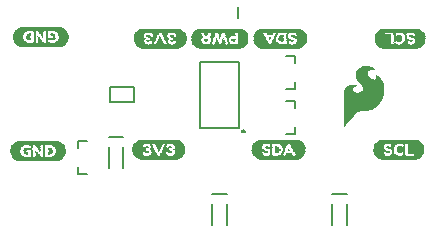
<source format=gto>
G75*
%MOIN*%
%OFA0B0*%
%FSLAX25Y25*%
%IPPOS*%
%LPD*%
%AMOC8*
5,1,8,0,0,1.08239X$1,22.5*
%
%ADD10C,0.00800*%
%ADD11C,0.00787*%
%ADD12R,0.13701X0.00157*%
%ADD13R,0.14646X0.00157*%
%ADD14R,0.15276X0.00157*%
%ADD15R,0.15906X0.00157*%
%ADD16R,0.16220X0.00157*%
%ADD17R,0.16535X0.00157*%
%ADD18R,0.16850X0.00157*%
%ADD19R,0.04252X0.00157*%
%ADD20R,0.11969X0.00157*%
%ADD21R,0.04094X0.00157*%
%ADD22R,0.01260X0.00157*%
%ADD23R,0.01890X0.00157*%
%ADD24R,0.00630X0.00157*%
%ADD25R,0.03780X0.00157*%
%ADD26R,0.00787X0.00157*%
%ADD27R,0.01575X0.00157*%
%ADD28R,0.00472X0.00157*%
%ADD29R,0.01417X0.00157*%
%ADD30R,0.03465X0.00157*%
%ADD31R,0.03622X0.00157*%
%ADD32R,0.01102X0.00157*%
%ADD33R,0.03307X0.00157*%
%ADD34R,0.00945X0.00157*%
%ADD35R,0.02835X0.00157*%
%ADD36R,0.02992X0.00157*%
%ADD37R,0.00157X0.00157*%
%ADD38R,0.00315X0.00157*%
%ADD39R,0.03937X0.00157*%
%ADD40R,0.01732X0.00157*%
%ADD41R,0.12756X0.00157*%
%ADD42R,0.14331X0.00157*%
%ADD43R,0.14961X0.00157*%
%ADD44R,0.15591X0.00157*%
%ADD45R,0.07087X0.00157*%
%ADD46R,0.02362X0.00157*%
%ADD47R,0.02047X0.00157*%
%ADD48R,0.03150X0.00157*%
%ADD49R,0.04409X0.00157*%
%ADD50R,0.02205X0.00157*%
%ADD51R,0.05039X0.00157*%
%ADD52R,0.02520X0.00157*%
%ADD53R,0.13071X0.00157*%
%ADD54R,0.14016X0.00157*%
%ADD55R,0.04567X0.00157*%
%ADD56R,0.02677X0.00157*%
%ADD57R,0.04882X0.00157*%
%ADD58R,0.05354X0.00157*%
%ADD59R,0.12126X0.00157*%
%ADD60R,0.05197X0.00157*%
%ADD61C,0.00300*%
%ADD62R,0.17165X0.00157*%
%ADD63R,0.17480X0.00157*%
%ADD64R,0.06614X0.00157*%
%ADD65R,0.06772X0.00157*%
D10*
X0165873Y0287857D02*
X0165873Y0294943D01*
X0165873Y0298369D02*
X0170794Y0298369D01*
X0170794Y0294943D02*
X0170794Y0287857D01*
X0205873Y0287857D02*
X0205873Y0294943D01*
X0205873Y0298369D02*
X0210794Y0298369D01*
X0210794Y0294943D02*
X0210794Y0287857D01*
X0193589Y0318388D02*
X0190440Y0318388D01*
X0193589Y0318388D02*
X0193589Y0320750D01*
X0193589Y0327050D02*
X0193589Y0329412D01*
X0190440Y0329412D01*
X0190440Y0333388D02*
X0193589Y0333388D01*
X0193589Y0335750D01*
X0193589Y0342050D02*
X0193589Y0344412D01*
X0190440Y0344412D01*
X0174829Y0342424D02*
X0174829Y0320376D01*
X0161837Y0320376D01*
X0161837Y0342424D01*
X0174829Y0342424D01*
X0174583Y0357025D02*
X0174583Y0360775D01*
X0139770Y0333861D02*
X0139770Y0328939D01*
X0131896Y0328939D01*
X0131896Y0333861D01*
X0139770Y0333861D01*
X0136294Y0317369D02*
X0131373Y0317369D01*
X0131373Y0313943D02*
X0131373Y0306857D01*
X0136294Y0306857D02*
X0136294Y0313943D01*
X0124227Y0315912D02*
X0121077Y0315912D01*
X0121077Y0313550D01*
X0121077Y0307250D02*
X0121077Y0304888D01*
X0124227Y0304888D01*
D11*
X0175939Y0319195D02*
X0175941Y0319234D01*
X0175947Y0319273D01*
X0175957Y0319311D01*
X0175970Y0319348D01*
X0175987Y0319383D01*
X0176007Y0319417D01*
X0176031Y0319448D01*
X0176058Y0319477D01*
X0176087Y0319503D01*
X0176119Y0319526D01*
X0176153Y0319546D01*
X0176189Y0319562D01*
X0176226Y0319574D01*
X0176265Y0319583D01*
X0176304Y0319588D01*
X0176343Y0319589D01*
X0176382Y0319586D01*
X0176421Y0319579D01*
X0176458Y0319568D01*
X0176495Y0319554D01*
X0176530Y0319536D01*
X0176563Y0319515D01*
X0176594Y0319490D01*
X0176622Y0319463D01*
X0176647Y0319433D01*
X0176669Y0319400D01*
X0176688Y0319366D01*
X0176703Y0319330D01*
X0176715Y0319292D01*
X0176723Y0319254D01*
X0176727Y0319215D01*
X0176727Y0319175D01*
X0176723Y0319136D01*
X0176715Y0319098D01*
X0176703Y0319060D01*
X0176688Y0319024D01*
X0176669Y0318990D01*
X0176647Y0318957D01*
X0176622Y0318927D01*
X0176594Y0318900D01*
X0176563Y0318875D01*
X0176530Y0318854D01*
X0176495Y0318836D01*
X0176458Y0318822D01*
X0176421Y0318811D01*
X0176382Y0318804D01*
X0176343Y0318801D01*
X0176304Y0318802D01*
X0176265Y0318807D01*
X0176226Y0318816D01*
X0176189Y0318828D01*
X0176153Y0318844D01*
X0176119Y0318864D01*
X0176087Y0318887D01*
X0176058Y0318913D01*
X0176031Y0318942D01*
X0176007Y0318973D01*
X0175987Y0319007D01*
X0175970Y0319042D01*
X0175957Y0319079D01*
X0175947Y0319117D01*
X0175941Y0319156D01*
X0175939Y0319195D01*
D12*
X0148046Y0315892D03*
X0148046Y0309908D03*
X0148621Y0346908D03*
X0148621Y0352892D03*
X0108806Y0353550D03*
X0108806Y0347250D03*
X0107861Y0315550D03*
X0107861Y0309250D03*
X0228073Y0310065D03*
X0228073Y0315735D03*
X0228593Y0347065D03*
X0228593Y0352735D03*
D13*
X0228593Y0352420D03*
X0228593Y0347380D03*
X0228073Y0315420D03*
X0228073Y0310380D03*
X0188046Y0310065D03*
X0188046Y0315735D03*
X0188621Y0347065D03*
X0188621Y0352735D03*
X0108806Y0353392D03*
X0108806Y0347408D03*
X0107861Y0315392D03*
X0107861Y0309408D03*
D14*
X0107861Y0309565D03*
X0107861Y0315235D03*
X0108806Y0347565D03*
X0108806Y0353235D03*
X0148621Y0352420D03*
X0148621Y0347380D03*
X0168491Y0346908D03*
X0168491Y0352892D03*
X0188621Y0352577D03*
X0188621Y0347223D03*
X0188046Y0315577D03*
X0188046Y0310223D03*
X0148046Y0310380D03*
X0148046Y0315420D03*
X0228073Y0315105D03*
X0228073Y0310695D03*
X0228593Y0347695D03*
X0228593Y0352105D03*
D15*
X0188621Y0352262D03*
X0188621Y0347538D03*
X0168491Y0347065D03*
X0168491Y0352735D03*
X0148621Y0352105D03*
X0148621Y0347695D03*
X0148046Y0315105D03*
X0148046Y0310695D03*
X0188046Y0310538D03*
X0188046Y0315262D03*
X0107861Y0315077D03*
X0107861Y0309723D03*
X0108806Y0347723D03*
X0108806Y0353077D03*
D16*
X0108806Y0352920D03*
X0108806Y0347880D03*
X0107861Y0314920D03*
X0107861Y0309880D03*
X0188046Y0310695D03*
X0188046Y0315105D03*
X0188621Y0347695D03*
X0188621Y0352105D03*
D17*
X0168491Y0352577D03*
X0168491Y0347223D03*
X0108806Y0348038D03*
X0108806Y0352762D03*
X0107861Y0314762D03*
X0107861Y0310038D03*
D18*
X0107861Y0310195D03*
X0107861Y0314605D03*
X0108806Y0348195D03*
X0108806Y0352605D03*
X0168491Y0352420D03*
X0168491Y0347380D03*
D19*
X0181849Y0349585D03*
X0181849Y0349743D03*
X0194818Y0313215D03*
X0194818Y0313057D03*
X0221774Y0312585D03*
X0234892Y0350215D03*
X0115262Y0348353D03*
X0102349Y0352447D03*
X0101404Y0314447D03*
X0114318Y0310353D03*
D20*
X0110459Y0314447D03*
X0106207Y0348353D03*
X0186337Y0347853D03*
X0190329Y0314947D03*
D21*
X0194896Y0312900D03*
X0194896Y0312743D03*
X0181770Y0349900D03*
X0181770Y0350057D03*
X0168570Y0347853D03*
X0115499Y0348510D03*
X0115341Y0352447D03*
X0102113Y0348510D03*
X0101168Y0314290D03*
X0101325Y0310353D03*
X0114554Y0314290D03*
D22*
X0111877Y0313030D03*
X0111877Y0311613D03*
X0107782Y0310983D03*
X0107782Y0310825D03*
X0105577Y0310353D03*
X0104003Y0311455D03*
X0105577Y0314290D03*
X0108097Y0313660D03*
X0144030Y0312270D03*
X0145920Y0313057D03*
X0146077Y0312743D03*
X0146235Y0312428D03*
X0148125Y0313530D03*
X0150329Y0313530D03*
X0151904Y0312270D03*
X0183873Y0312113D03*
X0185290Y0313215D03*
X0187495Y0313687D03*
X0187495Y0311955D03*
X0190014Y0313530D03*
X0190014Y0313687D03*
X0224373Y0312113D03*
X0226420Y0314475D03*
X0229727Y0310853D03*
X0230247Y0348325D03*
X0232294Y0350687D03*
X0226940Y0351947D03*
X0192794Y0350687D03*
X0191377Y0349585D03*
X0189172Y0349113D03*
X0189172Y0350845D03*
X0186652Y0349270D03*
X0186652Y0349113D03*
X0172979Y0349113D03*
X0172979Y0349270D03*
X0172979Y0349428D03*
X0172979Y0349585D03*
X0171247Y0350530D03*
X0171719Y0348010D03*
X0169672Y0348168D03*
X0169672Y0348325D03*
X0167467Y0348325D03*
X0167467Y0348168D03*
X0166050Y0350687D03*
X0166050Y0350845D03*
X0163845Y0351632D03*
X0163845Y0351790D03*
X0163845Y0349428D03*
X0163845Y0349270D03*
X0168570Y0351475D03*
X0168570Y0351632D03*
X0152636Y0350530D03*
X0150747Y0349743D03*
X0150589Y0350057D03*
X0150432Y0350372D03*
X0148542Y0349270D03*
X0146337Y0349270D03*
X0144762Y0350530D03*
X0112664Y0351345D03*
X0111089Y0352447D03*
X0108885Y0351975D03*
X0108885Y0351817D03*
X0108570Y0349140D03*
X0111089Y0348510D03*
X0104790Y0349770D03*
X0104790Y0351187D03*
D23*
X0108727Y0352447D03*
X0108727Y0348510D03*
X0146022Y0349428D03*
X0148542Y0348640D03*
X0166207Y0351947D03*
X0185077Y0351475D03*
X0191692Y0349428D03*
X0184975Y0313372D03*
X0191589Y0311325D03*
X0225475Y0313372D03*
X0226420Y0311010D03*
X0231192Y0349428D03*
X0230247Y0351790D03*
X0150644Y0313372D03*
X0148125Y0314160D03*
X0107940Y0314290D03*
X0107940Y0310353D03*
D24*
X0107467Y0311770D03*
X0108412Y0312872D03*
X0109987Y0314290D03*
X0111562Y0311298D03*
X0109987Y0310510D03*
X0105735Y0310668D03*
X0105735Y0312715D03*
X0105735Y0313502D03*
X0105735Y0313660D03*
X0105735Y0313817D03*
X0105735Y0313975D03*
X0106680Y0348510D03*
X0108255Y0349928D03*
X0109199Y0351030D03*
X0110932Y0350085D03*
X0110932Y0349298D03*
X0110932Y0349140D03*
X0110932Y0348983D03*
X0110932Y0348825D03*
X0110932Y0352132D03*
X0106680Y0352290D03*
X0105105Y0351502D03*
X0146180Y0348325D03*
X0146337Y0348640D03*
X0146337Y0348798D03*
X0150747Y0348955D03*
X0150747Y0349113D03*
X0150904Y0348640D03*
X0151062Y0348325D03*
X0165735Y0348010D03*
X0165735Y0348798D03*
X0165735Y0348955D03*
X0165735Y0349113D03*
X0167467Y0349113D03*
X0167467Y0349270D03*
X0167467Y0349428D03*
X0168570Y0350530D03*
X0168570Y0350687D03*
X0168570Y0350845D03*
X0169672Y0349270D03*
X0169672Y0349113D03*
X0171089Y0349743D03*
X0171089Y0349900D03*
X0171562Y0348325D03*
X0185077Y0350215D03*
X0186810Y0350215D03*
X0186810Y0350057D03*
X0186967Y0350530D03*
X0187282Y0351160D03*
X0187440Y0351317D03*
X0187440Y0351475D03*
X0189329Y0351002D03*
X0191062Y0351475D03*
X0191062Y0349900D03*
X0191062Y0348640D03*
X0191062Y0348483D03*
X0191062Y0348325D03*
X0192636Y0348798D03*
X0226782Y0348955D03*
X0226782Y0348168D03*
X0226782Y0350845D03*
X0230404Y0350845D03*
X0230404Y0351002D03*
X0232136Y0348798D03*
X0229885Y0314632D03*
X0229885Y0313845D03*
X0229885Y0311955D03*
X0226262Y0311955D03*
X0226262Y0311798D03*
X0224530Y0314002D03*
X0191589Y0312585D03*
X0189857Y0312585D03*
X0189857Y0312743D03*
X0189699Y0312270D03*
X0189385Y0311640D03*
X0189227Y0311483D03*
X0189227Y0311325D03*
X0187337Y0311798D03*
X0185605Y0311325D03*
X0185605Y0312900D03*
X0185605Y0314160D03*
X0185605Y0314317D03*
X0185605Y0314475D03*
X0184030Y0314002D03*
X0150487Y0314475D03*
X0150329Y0314160D03*
X0150329Y0314002D03*
X0145920Y0313845D03*
X0145920Y0313687D03*
X0145762Y0314160D03*
X0145605Y0314475D03*
D25*
X0141825Y0314947D03*
X0141196Y0313530D03*
X0154266Y0314947D03*
X0154896Y0312900D03*
X0181038Y0312900D03*
X0181668Y0314947D03*
X0195054Y0312270D03*
X0195054Y0312113D03*
X0221538Y0312900D03*
X0222168Y0314947D03*
X0234499Y0347853D03*
X0235129Y0349900D03*
X0195629Y0349900D03*
X0194999Y0347853D03*
X0181613Y0350530D03*
X0181613Y0350687D03*
X0171877Y0351947D03*
X0161325Y0348010D03*
X0160853Y0350372D03*
X0160853Y0350530D03*
X0155471Y0349270D03*
X0154841Y0347853D03*
X0142400Y0347853D03*
X0141770Y0349900D03*
X0115814Y0348825D03*
X0115656Y0348668D03*
X0101955Y0348668D03*
X0101798Y0348825D03*
X0101010Y0314132D03*
X0100853Y0313975D03*
X0114711Y0314132D03*
X0114869Y0313975D03*
D26*
X0109908Y0310353D03*
X0107546Y0311455D03*
X0107546Y0311613D03*
X0108333Y0313030D03*
X0105656Y0313345D03*
X0105656Y0314132D03*
X0104081Y0311298D03*
X0111010Y0348668D03*
X0111010Y0349455D03*
X0109121Y0351187D03*
X0109121Y0351345D03*
X0108333Y0349770D03*
X0106759Y0352447D03*
X0112585Y0351502D03*
X0144684Y0351002D03*
X0144684Y0348955D03*
X0146101Y0348168D03*
X0146416Y0348955D03*
X0146416Y0349113D03*
X0148621Y0349743D03*
X0148621Y0349900D03*
X0150668Y0349270D03*
X0151140Y0348168D03*
X0152558Y0348955D03*
X0152558Y0351002D03*
X0165814Y0349585D03*
X0165814Y0349428D03*
X0165814Y0349270D03*
X0169751Y0348955D03*
X0171168Y0350057D03*
X0171640Y0348168D03*
X0186731Y0349743D03*
X0186731Y0349900D03*
X0191140Y0349743D03*
X0191140Y0348798D03*
X0191140Y0348168D03*
X0191140Y0351632D03*
X0226861Y0349113D03*
X0228278Y0351002D03*
X0230325Y0351160D03*
X0230325Y0351317D03*
X0230798Y0349743D03*
X0229806Y0313687D03*
X0228388Y0311798D03*
X0226341Y0311640D03*
X0226341Y0311483D03*
X0225869Y0313057D03*
X0189936Y0313057D03*
X0189936Y0312900D03*
X0185526Y0313057D03*
X0185526Y0314002D03*
X0185526Y0314632D03*
X0185526Y0311168D03*
X0151983Y0311798D03*
X0151983Y0313845D03*
X0150566Y0314632D03*
X0150251Y0313845D03*
X0150251Y0313687D03*
X0148046Y0313057D03*
X0148046Y0312900D03*
X0145999Y0313530D03*
X0145526Y0314632D03*
X0144109Y0313845D03*
X0144109Y0311798D03*
D27*
X0145920Y0312900D03*
X0146392Y0311955D03*
X0146392Y0311798D03*
X0148125Y0313845D03*
X0149857Y0312270D03*
X0149699Y0311955D03*
X0149699Y0311798D03*
X0112034Y0312085D03*
X0112034Y0312243D03*
X0112034Y0312400D03*
X0112034Y0312557D03*
X0112034Y0312715D03*
X0107940Y0314132D03*
X0103845Y0311928D03*
X0103845Y0311770D03*
X0108727Y0348668D03*
X0104633Y0350085D03*
X0104633Y0350243D03*
X0104633Y0350400D03*
X0104633Y0350557D03*
X0104633Y0350715D03*
X0112822Y0350872D03*
X0112822Y0351030D03*
X0146810Y0350530D03*
X0146967Y0350845D03*
X0146967Y0351002D03*
X0148542Y0348955D03*
X0150747Y0349900D03*
X0150274Y0350845D03*
X0150274Y0351002D03*
X0163845Y0351947D03*
X0166207Y0351790D03*
X0166207Y0351632D03*
X0166207Y0351475D03*
X0167467Y0348010D03*
X0169672Y0348010D03*
X0185077Y0351160D03*
X0186652Y0348955D03*
X0186652Y0348798D03*
X0189014Y0349428D03*
X0189014Y0349585D03*
X0189014Y0350215D03*
X0189014Y0350372D03*
X0189014Y0350530D03*
X0228199Y0349113D03*
X0230247Y0351632D03*
X0228467Y0313687D03*
X0226420Y0311168D03*
X0191589Y0311640D03*
X0190014Y0313845D03*
X0190014Y0314002D03*
X0187652Y0313372D03*
X0187652Y0313215D03*
X0187652Y0312585D03*
X0187652Y0312428D03*
X0187652Y0312270D03*
D28*
X0189463Y0311798D03*
X0189621Y0311955D03*
X0189621Y0312113D03*
X0189778Y0312428D03*
X0191510Y0312743D03*
X0185684Y0312743D03*
X0185684Y0312585D03*
X0185684Y0312428D03*
X0185684Y0312270D03*
X0185684Y0311955D03*
X0185684Y0311798D03*
X0185684Y0311640D03*
X0185684Y0311483D03*
X0150408Y0314317D03*
X0148046Y0312743D03*
X0148046Y0312585D03*
X0145841Y0314002D03*
X0145684Y0314317D03*
X0109908Y0314132D03*
X0109908Y0313975D03*
X0109908Y0313817D03*
X0109908Y0313660D03*
X0109908Y0313502D03*
X0109908Y0313345D03*
X0109908Y0313187D03*
X0109908Y0313030D03*
X0109908Y0312872D03*
X0109908Y0312715D03*
X0109908Y0312557D03*
X0109908Y0312400D03*
X0109908Y0312243D03*
X0109908Y0312085D03*
X0109908Y0311928D03*
X0109908Y0311770D03*
X0109908Y0311613D03*
X0109908Y0311455D03*
X0109908Y0311298D03*
X0109908Y0311140D03*
X0109908Y0310983D03*
X0109908Y0310825D03*
X0109908Y0310668D03*
X0108491Y0312557D03*
X0108491Y0312715D03*
X0107388Y0311928D03*
X0105814Y0311928D03*
X0105814Y0312085D03*
X0105814Y0312243D03*
X0105814Y0312400D03*
X0105814Y0312557D03*
X0105814Y0311770D03*
X0105814Y0311613D03*
X0105814Y0311455D03*
X0105814Y0311298D03*
X0105814Y0311140D03*
X0105814Y0310983D03*
X0105814Y0310825D03*
X0106759Y0348668D03*
X0106759Y0348825D03*
X0106759Y0348983D03*
X0106759Y0349140D03*
X0106759Y0349298D03*
X0106759Y0349455D03*
X0106759Y0349613D03*
X0106759Y0349770D03*
X0106759Y0349928D03*
X0106759Y0350085D03*
X0106759Y0350243D03*
X0106759Y0350400D03*
X0106759Y0350557D03*
X0106759Y0350715D03*
X0106759Y0350872D03*
X0106759Y0351030D03*
X0106759Y0351187D03*
X0106759Y0351345D03*
X0106759Y0351502D03*
X0106759Y0351660D03*
X0106759Y0351817D03*
X0106759Y0351975D03*
X0106759Y0352132D03*
X0108176Y0350243D03*
X0108176Y0350085D03*
X0109278Y0350872D03*
X0110853Y0350872D03*
X0110853Y0350715D03*
X0110853Y0350557D03*
X0110853Y0350400D03*
X0110853Y0350243D03*
X0110853Y0351030D03*
X0110853Y0351187D03*
X0110853Y0351345D03*
X0110853Y0351502D03*
X0110853Y0351660D03*
X0110853Y0351817D03*
X0110853Y0351975D03*
X0146259Y0348483D03*
X0148621Y0350057D03*
X0148621Y0350215D03*
X0150825Y0348798D03*
X0150983Y0348483D03*
X0165656Y0348483D03*
X0165656Y0348640D03*
X0165656Y0348325D03*
X0165656Y0348168D03*
X0169751Y0349428D03*
X0171168Y0349428D03*
X0171168Y0349585D03*
X0171168Y0349270D03*
X0171325Y0348798D03*
X0171483Y0348483D03*
X0185156Y0350057D03*
X0186888Y0350372D03*
X0187046Y0350687D03*
X0187046Y0350845D03*
X0187203Y0351002D03*
X0190983Y0351002D03*
X0190983Y0350845D03*
X0190983Y0351160D03*
X0190983Y0351317D03*
X0190983Y0350530D03*
X0190983Y0350372D03*
X0190983Y0350215D03*
X0190983Y0350057D03*
X0226703Y0351002D03*
X0226703Y0351160D03*
X0226703Y0351632D03*
X0226703Y0348798D03*
X0226703Y0348325D03*
X0230640Y0349900D03*
X0230640Y0350057D03*
X0230483Y0350372D03*
X0230483Y0350530D03*
X0230483Y0350687D03*
X0229963Y0314475D03*
X0229963Y0314002D03*
X0229963Y0311798D03*
X0229963Y0311640D03*
X0229963Y0311168D03*
X0226184Y0312113D03*
X0226184Y0312270D03*
X0226184Y0312428D03*
X0226026Y0312743D03*
X0226026Y0312900D03*
D29*
X0228388Y0311955D03*
X0228278Y0350845D03*
X0191298Y0351947D03*
X0189093Y0350687D03*
X0189093Y0349270D03*
X0168648Y0351790D03*
X0166129Y0351317D03*
X0166129Y0351160D03*
X0166129Y0351002D03*
X0150510Y0350215D03*
X0150353Y0350530D03*
X0150353Y0350687D03*
X0148621Y0349113D03*
X0146888Y0350687D03*
X0112743Y0351187D03*
X0108806Y0352132D03*
X0108648Y0348983D03*
X0108648Y0348825D03*
X0104711Y0349928D03*
X0104711Y0350872D03*
X0104711Y0351030D03*
X0108018Y0313975D03*
X0108018Y0313817D03*
X0107861Y0310668D03*
X0103924Y0311613D03*
X0111955Y0311770D03*
X0111955Y0311928D03*
X0111955Y0312872D03*
X0146156Y0312585D03*
X0146314Y0312270D03*
X0146314Y0312113D03*
X0148046Y0313687D03*
X0149778Y0312113D03*
X0185369Y0310853D03*
X0187573Y0312113D03*
X0187573Y0313530D03*
D30*
X0180881Y0313530D03*
X0180881Y0313687D03*
X0180881Y0313372D03*
X0181353Y0311010D03*
X0195054Y0311798D03*
X0195054Y0311955D03*
X0221381Y0313215D03*
X0221381Y0313372D03*
X0221381Y0313530D03*
X0221381Y0313687D03*
X0221853Y0314790D03*
X0221853Y0311010D03*
X0222010Y0310853D03*
X0234814Y0348010D03*
X0235286Y0349113D03*
X0235286Y0349270D03*
X0235286Y0349428D03*
X0235286Y0349585D03*
X0234814Y0351790D03*
X0234656Y0351947D03*
X0195786Y0349428D03*
X0195786Y0349270D03*
X0195786Y0349113D03*
X0195314Y0351790D03*
X0181613Y0351002D03*
X0181613Y0350845D03*
X0176286Y0350687D03*
X0176286Y0350530D03*
X0176286Y0350372D03*
X0176286Y0350215D03*
X0176286Y0350057D03*
X0176286Y0349900D03*
X0176286Y0349743D03*
X0176286Y0349585D03*
X0176286Y0349428D03*
X0176286Y0349270D03*
X0176286Y0349113D03*
X0171877Y0351475D03*
X0171877Y0351632D03*
X0171877Y0351790D03*
X0161168Y0348168D03*
X0161010Y0348325D03*
X0160696Y0349900D03*
X0160696Y0350057D03*
X0160853Y0350845D03*
X0155629Y0350530D03*
X0155629Y0349113D03*
X0155156Y0348010D03*
X0154999Y0351947D03*
X0142243Y0351947D03*
X0141613Y0350215D03*
X0141613Y0350057D03*
X0141613Y0349585D03*
X0141613Y0349428D03*
X0142085Y0348010D03*
X0116286Y0349613D03*
X0116286Y0349770D03*
X0116129Y0349298D03*
X0115971Y0348983D03*
X0116286Y0351030D03*
X0116286Y0351187D03*
X0116129Y0351502D03*
X0116129Y0351660D03*
X0115971Y0351817D03*
X0101640Y0351817D03*
X0101483Y0351660D03*
X0101483Y0351502D03*
X0101325Y0351187D03*
X0101325Y0349613D03*
X0101483Y0349298D03*
X0141510Y0314790D03*
X0141038Y0313687D03*
X0141038Y0312270D03*
X0141668Y0310853D03*
X0154424Y0310853D03*
X0155054Y0312585D03*
X0155054Y0312743D03*
X0155054Y0313215D03*
X0155054Y0313372D03*
X0154581Y0314790D03*
X0115341Y0313187D03*
X0115184Y0313502D03*
X0115341Y0311613D03*
X0115184Y0311298D03*
X0115184Y0311140D03*
X0115026Y0310983D03*
X0100696Y0310983D03*
X0100538Y0311140D03*
X0100538Y0311298D03*
X0100381Y0311613D03*
X0100381Y0311770D03*
X0100381Y0313030D03*
X0100381Y0313187D03*
X0100538Y0313502D03*
X0100696Y0313817D03*
D31*
X0100617Y0313660D03*
X0100774Y0310825D03*
X0100932Y0310668D03*
X0114790Y0310668D03*
X0114948Y0310825D03*
X0115105Y0313660D03*
X0114948Y0313817D03*
X0154975Y0313057D03*
X0180959Y0313057D03*
X0180959Y0313215D03*
X0180959Y0312113D03*
X0181589Y0310853D03*
X0181432Y0314790D03*
X0195235Y0348010D03*
X0195707Y0349585D03*
X0195707Y0349743D03*
X0195707Y0350687D03*
X0195077Y0351947D03*
X0160774Y0350687D03*
X0160774Y0350215D03*
X0141692Y0349743D03*
X0116050Y0349140D03*
X0115892Y0351975D03*
X0115735Y0352132D03*
X0101877Y0352132D03*
X0101719Y0351975D03*
X0101562Y0349140D03*
X0101719Y0348983D03*
X0221459Y0313057D03*
X0221459Y0312113D03*
X0235207Y0349743D03*
X0235207Y0350687D03*
D32*
X0232215Y0350845D03*
X0230955Y0349585D03*
X0230640Y0348955D03*
X0230483Y0348640D03*
X0230325Y0348483D03*
X0228278Y0348955D03*
X0226861Y0348010D03*
X0230325Y0351475D03*
X0229806Y0314790D03*
X0228388Y0313845D03*
X0226341Y0314317D03*
X0226184Y0314160D03*
X0226026Y0313845D03*
X0225711Y0313215D03*
X0224451Y0311955D03*
X0226341Y0311325D03*
X0188991Y0311010D03*
X0183951Y0311955D03*
X0185369Y0314790D03*
X0151983Y0313687D03*
X0151825Y0313530D03*
X0151983Y0312113D03*
X0151983Y0311955D03*
X0150566Y0314790D03*
X0148046Y0313372D03*
X0148046Y0313215D03*
X0145999Y0313215D03*
X0145526Y0314790D03*
X0144109Y0313687D03*
X0143951Y0313530D03*
X0144109Y0312113D03*
X0144109Y0311955D03*
X0111798Y0311455D03*
X0111798Y0313187D03*
X0108176Y0313502D03*
X0107703Y0311140D03*
X0104081Y0313345D03*
X0103451Y0312715D03*
X0104869Y0349613D03*
X0104869Y0351345D03*
X0108963Y0351660D03*
X0108491Y0349298D03*
X0112585Y0349455D03*
X0113215Y0350085D03*
X0144684Y0350687D03*
X0144684Y0350845D03*
X0144841Y0349270D03*
X0144684Y0349113D03*
X0146101Y0348010D03*
X0148621Y0349428D03*
X0148621Y0349585D03*
X0150668Y0349585D03*
X0151140Y0348010D03*
X0152558Y0349113D03*
X0152715Y0349270D03*
X0152558Y0350687D03*
X0152558Y0350845D03*
X0163924Y0351317D03*
X0163924Y0351475D03*
X0163924Y0349743D03*
X0163924Y0349585D03*
X0163924Y0349113D03*
X0165971Y0350215D03*
X0165971Y0350372D03*
X0165971Y0350530D03*
X0167546Y0348483D03*
X0169751Y0348483D03*
X0171168Y0350372D03*
X0173058Y0349743D03*
X0187676Y0351790D03*
X0192715Y0350845D03*
X0191298Y0348010D03*
D33*
X0195392Y0348168D03*
X0195550Y0348325D03*
X0195550Y0348483D03*
X0195707Y0348640D03*
X0195707Y0348798D03*
X0195707Y0348955D03*
X0195707Y0350845D03*
X0195707Y0351002D03*
X0195707Y0351160D03*
X0195550Y0351475D03*
X0181534Y0351160D03*
X0176207Y0351160D03*
X0176207Y0351002D03*
X0176207Y0350845D03*
X0176207Y0348955D03*
X0176207Y0348798D03*
X0176207Y0348640D03*
X0171955Y0351160D03*
X0171955Y0351317D03*
X0160932Y0348483D03*
X0160774Y0348640D03*
X0160774Y0348798D03*
X0160774Y0348955D03*
X0160617Y0349113D03*
X0160617Y0349270D03*
X0160617Y0349428D03*
X0160617Y0349585D03*
X0160617Y0349743D03*
X0160774Y0351002D03*
X0160774Y0351160D03*
X0155707Y0350687D03*
X0155235Y0351790D03*
X0155550Y0348955D03*
X0155550Y0348798D03*
X0155550Y0348640D03*
X0155392Y0348325D03*
X0155235Y0348168D03*
X0142007Y0348168D03*
X0141849Y0348325D03*
X0141692Y0348640D03*
X0141534Y0349113D03*
X0141534Y0349270D03*
X0141534Y0350372D03*
X0141534Y0350530D03*
X0141534Y0350687D03*
X0142007Y0351790D03*
X0116365Y0350872D03*
X0116365Y0350715D03*
X0116365Y0350557D03*
X0116365Y0350400D03*
X0116365Y0350243D03*
X0116365Y0350085D03*
X0116365Y0349928D03*
X0116207Y0349455D03*
X0116207Y0351345D03*
X0101404Y0351345D03*
X0101247Y0351030D03*
X0101247Y0350872D03*
X0101247Y0350715D03*
X0101247Y0350557D03*
X0101247Y0350400D03*
X0101247Y0350243D03*
X0101247Y0350085D03*
X0101247Y0349928D03*
X0101247Y0349770D03*
X0101404Y0349455D03*
X0100459Y0313345D03*
X0100302Y0312872D03*
X0100302Y0312715D03*
X0100302Y0312557D03*
X0100302Y0312400D03*
X0100302Y0312243D03*
X0100302Y0312085D03*
X0100302Y0311928D03*
X0100459Y0311455D03*
X0115262Y0311455D03*
X0115420Y0311770D03*
X0115420Y0311928D03*
X0115420Y0312085D03*
X0115420Y0312243D03*
X0115420Y0312400D03*
X0115420Y0312557D03*
X0115420Y0312715D03*
X0115420Y0312872D03*
X0115420Y0313030D03*
X0115262Y0313345D03*
X0140959Y0312113D03*
X0141432Y0311010D03*
X0141117Y0313845D03*
X0141117Y0314002D03*
X0141117Y0314160D03*
X0141274Y0314475D03*
X0141432Y0314632D03*
X0154660Y0314632D03*
X0154818Y0314475D03*
X0154975Y0314160D03*
X0155133Y0313687D03*
X0155133Y0313530D03*
X0155133Y0312428D03*
X0155133Y0312270D03*
X0155133Y0312113D03*
X0154660Y0311010D03*
X0180959Y0311640D03*
X0180959Y0311798D03*
X0180959Y0311955D03*
X0181117Y0311325D03*
X0180959Y0313845D03*
X0180959Y0314002D03*
X0180959Y0314160D03*
X0181117Y0314317D03*
X0181117Y0314475D03*
X0181274Y0314632D03*
X0195133Y0311640D03*
X0221459Y0311798D03*
X0221459Y0311955D03*
X0221459Y0313845D03*
X0221459Y0314002D03*
X0221459Y0314160D03*
X0221617Y0314317D03*
X0221617Y0314475D03*
X0221774Y0314632D03*
X0226499Y0314947D03*
X0230168Y0347853D03*
X0234892Y0348168D03*
X0235050Y0348325D03*
X0235050Y0348483D03*
X0235207Y0348640D03*
X0235207Y0348798D03*
X0235207Y0348955D03*
X0235207Y0350845D03*
X0235207Y0351002D03*
D34*
X0232136Y0351002D03*
X0232136Y0348955D03*
X0230562Y0348798D03*
X0226782Y0351790D03*
X0192636Y0351002D03*
X0191219Y0351790D03*
X0191219Y0348955D03*
X0192636Y0348955D03*
X0189329Y0348955D03*
X0186652Y0349428D03*
X0186652Y0349585D03*
X0187597Y0351632D03*
X0173136Y0348955D03*
X0171089Y0350215D03*
X0169672Y0348798D03*
X0169672Y0348640D03*
X0167467Y0348640D03*
X0167467Y0348798D03*
X0167467Y0348955D03*
X0165892Y0349743D03*
X0165892Y0349900D03*
X0165892Y0350057D03*
X0164003Y0351002D03*
X0164003Y0351160D03*
X0164003Y0348955D03*
X0168570Y0351002D03*
X0168570Y0351160D03*
X0168570Y0351317D03*
X0150747Y0349428D03*
X0113294Y0350243D03*
X0113294Y0350400D03*
X0113294Y0350557D03*
X0113294Y0350715D03*
X0110932Y0352290D03*
X0109042Y0351502D03*
X0108412Y0349613D03*
X0108412Y0349455D03*
X0104948Y0349455D03*
X0108255Y0313345D03*
X0108255Y0313187D03*
X0107625Y0311298D03*
X0105735Y0310510D03*
X0103373Y0312085D03*
X0103373Y0312243D03*
X0103373Y0312400D03*
X0103373Y0312557D03*
X0111719Y0313345D03*
X0145920Y0313372D03*
X0184030Y0313845D03*
X0185448Y0313845D03*
X0187337Y0313845D03*
X0190014Y0313372D03*
X0190014Y0313215D03*
X0189070Y0311168D03*
X0185448Y0311010D03*
X0184030Y0311798D03*
X0224530Y0311798D03*
X0224530Y0313845D03*
X0226105Y0314002D03*
X0229885Y0311010D03*
D35*
X0228782Y0312270D03*
X0228782Y0312428D03*
X0228782Y0312585D03*
X0228782Y0312743D03*
X0228782Y0312900D03*
X0228782Y0313057D03*
X0228782Y0313215D03*
X0228782Y0313372D03*
X0234451Y0310853D03*
X0234609Y0311010D03*
X0234609Y0311168D03*
X0227885Y0349428D03*
X0227885Y0349585D03*
X0227885Y0349743D03*
X0227885Y0349900D03*
X0227885Y0350057D03*
X0227885Y0350215D03*
X0227885Y0350372D03*
X0227885Y0350530D03*
X0222215Y0351947D03*
X0222058Y0351790D03*
X0222058Y0351632D03*
X0181613Y0351632D03*
X0181613Y0351790D03*
X0160853Y0351790D03*
X0160853Y0351632D03*
X0195054Y0311168D03*
X0195054Y0311010D03*
X0112034Y0349613D03*
X0104633Y0313187D03*
D36*
X0104554Y0313030D03*
X0104554Y0312872D03*
X0141117Y0311483D03*
X0146314Y0310853D03*
X0149778Y0310853D03*
X0150723Y0312428D03*
X0154975Y0311483D03*
X0155550Y0351317D03*
X0160774Y0351317D03*
X0160774Y0351475D03*
X0161089Y0351947D03*
X0150353Y0351947D03*
X0146888Y0351947D03*
X0145944Y0350372D03*
X0141692Y0351317D03*
X0112113Y0349928D03*
X0112113Y0349770D03*
X0175892Y0351947D03*
X0176050Y0351790D03*
X0176050Y0351632D03*
X0176050Y0348168D03*
X0176050Y0348010D03*
X0181534Y0351475D03*
X0181849Y0351947D03*
X0221979Y0351475D03*
X0221979Y0351317D03*
X0234688Y0311483D03*
X0234688Y0311325D03*
X0195133Y0311325D03*
X0194818Y0310853D03*
D37*
X0169751Y0349900D03*
X0148621Y0350372D03*
X0148621Y0350530D03*
X0148046Y0312428D03*
X0148046Y0312270D03*
X0108648Y0312243D03*
X0107231Y0312400D03*
X0109436Y0350400D03*
X0108018Y0350557D03*
D38*
X0108097Y0350400D03*
X0109357Y0350557D03*
X0109357Y0350715D03*
X0144605Y0348798D03*
X0152479Y0348798D03*
X0167467Y0349585D03*
X0167467Y0349743D03*
X0167467Y0349900D03*
X0168570Y0350057D03*
X0168570Y0350215D03*
X0168570Y0350372D03*
X0169672Y0349743D03*
X0169672Y0349585D03*
X0171247Y0349113D03*
X0171247Y0348955D03*
X0171404Y0348640D03*
X0185077Y0349743D03*
X0185077Y0349900D03*
X0190904Y0350687D03*
X0226625Y0351317D03*
X0226625Y0351475D03*
X0226625Y0348640D03*
X0226625Y0348483D03*
X0230562Y0350215D03*
X0230042Y0314317D03*
X0230042Y0314160D03*
X0230042Y0311483D03*
X0230042Y0311325D03*
X0226105Y0312585D03*
X0191589Y0312900D03*
X0191589Y0313057D03*
X0185762Y0312113D03*
X0152062Y0314002D03*
X0144188Y0314002D03*
X0108570Y0312400D03*
X0107310Y0312243D03*
X0107310Y0312085D03*
D39*
X0114633Y0310510D03*
X0101089Y0310510D03*
X0102034Y0352290D03*
X0115577Y0352290D03*
X0181692Y0350372D03*
X0181692Y0350215D03*
X0195550Y0350057D03*
X0194975Y0312585D03*
X0194975Y0312428D03*
X0181117Y0312743D03*
X0221617Y0312743D03*
X0235050Y0350057D03*
D40*
X0230168Y0348168D03*
X0226499Y0314632D03*
X0191510Y0311483D03*
X0188833Y0310853D03*
X0187731Y0312743D03*
X0187731Y0312900D03*
X0187731Y0313057D03*
X0189936Y0314160D03*
X0186731Y0348640D03*
X0188936Y0349743D03*
X0188936Y0349900D03*
X0188936Y0350057D03*
X0187833Y0351947D03*
X0185156Y0351317D03*
X0171325Y0350687D03*
X0168648Y0351947D03*
X0150196Y0351317D03*
X0150196Y0351160D03*
X0148621Y0348798D03*
X0147046Y0351160D03*
X0147046Y0351317D03*
X0108806Y0352290D03*
X0107861Y0310510D03*
X0146471Y0311483D03*
X0146471Y0311640D03*
X0148046Y0314002D03*
X0149621Y0311640D03*
X0149621Y0311483D03*
D41*
X0148046Y0309750D03*
X0148046Y0316050D03*
X0148621Y0346750D03*
X0148621Y0353050D03*
D42*
X0148621Y0352735D03*
X0148621Y0347065D03*
X0168491Y0346750D03*
X0168491Y0353050D03*
X0148046Y0315735D03*
X0148046Y0310065D03*
X0228073Y0310223D03*
X0228073Y0315577D03*
X0228593Y0347223D03*
X0228593Y0352577D03*
D43*
X0228593Y0352262D03*
X0228593Y0347538D03*
X0228073Y0315262D03*
X0228073Y0310538D03*
X0148046Y0310223D03*
X0148046Y0315577D03*
X0148621Y0347223D03*
X0148621Y0352577D03*
D44*
X0148621Y0352262D03*
X0148621Y0347538D03*
X0148046Y0315262D03*
X0148046Y0310538D03*
X0188046Y0310380D03*
X0188046Y0315420D03*
X0188621Y0347380D03*
X0188621Y0352420D03*
D45*
X0224341Y0347853D03*
X0232325Y0314947D03*
X0148046Y0314947D03*
X0148621Y0347853D03*
D46*
X0148621Y0348010D03*
X0148621Y0348168D03*
X0146259Y0350215D03*
X0148046Y0314790D03*
X0148046Y0314632D03*
X0150408Y0312585D03*
X0184739Y0313687D03*
X0191510Y0310853D03*
X0225239Y0313687D03*
X0226499Y0314790D03*
X0230168Y0348010D03*
X0231428Y0349113D03*
X0191928Y0349113D03*
X0185156Y0351947D03*
D47*
X0185156Y0351632D03*
X0186731Y0348483D03*
X0150196Y0351475D03*
X0147046Y0351475D03*
X0146101Y0349743D03*
X0146101Y0349585D03*
X0148621Y0348483D03*
X0148621Y0348325D03*
X0148046Y0314475D03*
X0148046Y0314317D03*
X0150566Y0313215D03*
X0150566Y0313057D03*
X0149621Y0311325D03*
X0146471Y0311325D03*
X0189936Y0314317D03*
X0191510Y0311168D03*
D48*
X0195054Y0311483D03*
X0189699Y0314790D03*
X0181196Y0311168D03*
X0181038Y0311483D03*
X0155054Y0311640D03*
X0155054Y0311798D03*
X0155054Y0311955D03*
X0154896Y0311325D03*
X0154739Y0311168D03*
X0155054Y0313845D03*
X0155054Y0314002D03*
X0154896Y0314317D03*
X0141196Y0314317D03*
X0141038Y0311955D03*
X0141038Y0311798D03*
X0141038Y0311640D03*
X0141196Y0311325D03*
X0141353Y0311168D03*
X0141770Y0348483D03*
X0141613Y0348798D03*
X0141613Y0348955D03*
X0141613Y0350845D03*
X0141613Y0351002D03*
X0141613Y0351160D03*
X0141770Y0351475D03*
X0141928Y0351632D03*
X0155314Y0351632D03*
X0155471Y0351475D03*
X0155629Y0351160D03*
X0155629Y0351002D03*
X0155629Y0350845D03*
X0155471Y0348483D03*
X0172034Y0351002D03*
X0176129Y0351317D03*
X0176129Y0351475D03*
X0176129Y0348483D03*
X0176129Y0348325D03*
X0181613Y0351317D03*
X0186967Y0348010D03*
X0195471Y0351632D03*
X0195629Y0351317D03*
X0234971Y0351632D03*
X0235129Y0351475D03*
X0235129Y0351317D03*
X0235286Y0351160D03*
X0221381Y0311640D03*
X0221538Y0311483D03*
X0221538Y0311325D03*
X0221696Y0311168D03*
D49*
X0194739Y0313372D03*
X0194739Y0313530D03*
X0194581Y0313845D03*
X0194581Y0314002D03*
X0194424Y0314317D03*
X0194266Y0314632D03*
X0181353Y0312585D03*
X0182400Y0348168D03*
X0182243Y0348483D03*
X0182085Y0348798D03*
X0182085Y0348955D03*
X0181928Y0349270D03*
X0181928Y0349428D03*
X0195314Y0350215D03*
X0155156Y0350215D03*
X0155156Y0350057D03*
X0155156Y0349900D03*
X0155156Y0349743D03*
X0155156Y0349585D03*
X0155156Y0349428D03*
X0141510Y0313372D03*
X0141510Y0313215D03*
X0141510Y0313057D03*
X0141510Y0312900D03*
X0141510Y0312743D03*
X0141510Y0312585D03*
D50*
X0146392Y0311168D03*
X0149699Y0311168D03*
X0150487Y0312743D03*
X0150487Y0312900D03*
X0184818Y0313530D03*
X0189857Y0314475D03*
X0191589Y0311010D03*
X0225318Y0313530D03*
X0231349Y0349270D03*
X0191849Y0349270D03*
X0186810Y0348325D03*
X0185077Y0351790D03*
X0171562Y0350845D03*
X0150274Y0351632D03*
X0146967Y0351632D03*
X0146180Y0350057D03*
X0146180Y0349900D03*
D51*
X0154841Y0350372D03*
X0141825Y0312428D03*
X0222845Y0348640D03*
X0222845Y0348798D03*
X0222845Y0348955D03*
X0222845Y0350845D03*
X0222845Y0351002D03*
X0222845Y0351160D03*
X0233822Y0314160D03*
X0233822Y0314002D03*
X0233822Y0313845D03*
X0233822Y0311955D03*
X0233822Y0311798D03*
X0233822Y0311640D03*
D52*
X0226420Y0310853D03*
X0230247Y0351947D03*
X0150274Y0351790D03*
X0146967Y0351790D03*
X0146392Y0311010D03*
X0149699Y0311010D03*
D53*
X0188046Y0309750D03*
X0188046Y0316050D03*
X0188621Y0346750D03*
X0188621Y0353050D03*
X0228593Y0352892D03*
X0228593Y0346908D03*
X0228073Y0315892D03*
X0228073Y0309908D03*
D54*
X0188046Y0309908D03*
X0188046Y0315892D03*
X0188621Y0346908D03*
X0188621Y0352892D03*
D55*
X0182007Y0349113D03*
X0182164Y0348640D03*
X0182322Y0348325D03*
X0182479Y0348010D03*
X0194188Y0314790D03*
X0194345Y0314475D03*
X0194503Y0314160D03*
X0194660Y0313687D03*
D56*
X0189778Y0314632D03*
X0228861Y0313530D03*
X0228861Y0312113D03*
X0227806Y0349270D03*
X0227806Y0350687D03*
X0186888Y0348168D03*
D57*
X0195077Y0350372D03*
X0222924Y0348483D03*
X0222924Y0348325D03*
X0223081Y0348168D03*
X0223081Y0348010D03*
X0234577Y0350372D03*
X0233585Y0314790D03*
X0233585Y0314632D03*
X0233743Y0314475D03*
X0233743Y0314317D03*
X0222089Y0312428D03*
X0181589Y0312428D03*
D58*
X0181825Y0312270D03*
X0194841Y0350530D03*
D59*
X0228593Y0353050D03*
X0228593Y0346750D03*
X0228073Y0316050D03*
X0228073Y0309750D03*
D60*
X0233900Y0312113D03*
X0233900Y0312270D03*
X0233900Y0312428D03*
X0233900Y0312585D03*
X0233900Y0312743D03*
X0233900Y0312900D03*
X0233900Y0313057D03*
X0233900Y0313215D03*
X0233900Y0313372D03*
X0233900Y0313530D03*
X0233900Y0313687D03*
X0222247Y0312270D03*
X0222766Y0349113D03*
X0222766Y0349270D03*
X0222766Y0349428D03*
X0222766Y0349585D03*
X0222766Y0349743D03*
X0222766Y0349900D03*
X0222766Y0350057D03*
X0222766Y0350215D03*
X0222766Y0350372D03*
X0222766Y0350530D03*
X0222766Y0350687D03*
X0234420Y0350530D03*
D61*
X0219751Y0339979D02*
X0219633Y0340057D01*
X0219357Y0340254D01*
X0218885Y0340530D01*
X0218294Y0340766D01*
X0217585Y0340963D01*
X0216798Y0341002D01*
X0215932Y0340806D01*
X0215026Y0340333D01*
X0214357Y0339782D01*
X0213924Y0339152D01*
X0213688Y0338483D01*
X0213688Y0337813D01*
X0213885Y0337144D01*
X0214239Y0336435D01*
X0214751Y0335766D01*
X0215420Y0335097D01*
X0215932Y0334506D01*
X0216207Y0333916D01*
X0216207Y0333365D01*
X0216050Y0332853D01*
X0215696Y0332459D01*
X0215223Y0332144D01*
X0214672Y0331987D01*
X0214042Y0331987D01*
X0213609Y0332105D01*
X0213255Y0332223D01*
X0212979Y0332459D01*
X0212743Y0332695D01*
X0212625Y0332931D01*
X0212546Y0333207D01*
X0212546Y0333483D01*
X0212625Y0333719D01*
X0212743Y0333876D01*
X0212900Y0334034D01*
X0213097Y0334191D01*
X0213255Y0334309D01*
X0213451Y0334388D01*
X0213688Y0334506D01*
X0213727Y0334546D01*
X0213688Y0334546D01*
X0213570Y0334585D01*
X0213373Y0334664D01*
X0213097Y0334703D01*
X0212388Y0334703D01*
X0211995Y0334624D01*
X0211562Y0334506D01*
X0211168Y0334349D01*
X0210814Y0334113D01*
X0210499Y0333798D01*
X0210223Y0333443D01*
X0209987Y0333010D01*
X0209829Y0332459D01*
X0209751Y0331829D01*
X0209711Y0331081D01*
X0209711Y0320963D01*
X0209751Y0321042D01*
X0209908Y0321199D01*
X0210144Y0321475D01*
X0210420Y0321829D01*
X0210774Y0322223D01*
X0211168Y0322695D01*
X0211601Y0323168D01*
X0212073Y0323680D01*
X0212585Y0324231D01*
X0213018Y0324743D01*
X0213451Y0325176D01*
X0213845Y0325530D01*
X0214239Y0325806D01*
X0214672Y0326002D01*
X0215105Y0326120D01*
X0216640Y0326120D01*
X0217585Y0326239D01*
X0218451Y0326475D01*
X0219239Y0326829D01*
X0219987Y0327302D01*
X0220656Y0327813D01*
X0221247Y0328443D01*
X0221798Y0329152D01*
X0222546Y0330609D01*
X0222940Y0332026D01*
X0223018Y0333404D01*
X0222822Y0334703D01*
X0222428Y0335806D01*
X0221916Y0336750D01*
X0221247Y0337420D01*
X0220617Y0337813D01*
X0220617Y0337577D01*
X0220656Y0337380D01*
X0220577Y0336908D01*
X0220459Y0336711D01*
X0220262Y0336514D01*
X0219987Y0336396D01*
X0219711Y0336396D01*
X0219160Y0336554D01*
X0218845Y0336711D01*
X0218294Y0337105D01*
X0218018Y0337341D01*
X0217822Y0337538D01*
X0217625Y0337853D01*
X0217467Y0338089D01*
X0217388Y0338365D01*
X0217349Y0338601D01*
X0217388Y0338837D01*
X0217467Y0339034D01*
X0217585Y0339270D01*
X0217743Y0339467D01*
X0218058Y0339743D01*
X0218373Y0339900D01*
X0218688Y0339979D01*
X0219042Y0340018D01*
X0219554Y0340018D01*
X0219711Y0339979D01*
X0219751Y0339979D01*
X0219424Y0340207D02*
X0214873Y0340207D01*
X0214510Y0339908D02*
X0218406Y0339908D01*
X0217906Y0339610D02*
X0214239Y0339610D01*
X0214033Y0339311D02*
X0217618Y0339311D01*
X0217459Y0339013D02*
X0213875Y0339013D01*
X0213769Y0338714D02*
X0217368Y0338714D01*
X0217380Y0338416D02*
X0213688Y0338416D01*
X0213688Y0338117D02*
X0217459Y0338117D01*
X0217646Y0337819D02*
X0213688Y0337819D01*
X0213774Y0337520D02*
X0217839Y0337520D01*
X0218158Y0337222D02*
X0213862Y0337222D01*
X0213995Y0336923D02*
X0218548Y0336923D01*
X0219018Y0336625D02*
X0214144Y0336625D01*
X0214322Y0336326D02*
X0222146Y0336326D01*
X0222308Y0336028D02*
X0214551Y0336028D01*
X0214788Y0335729D02*
X0222455Y0335729D01*
X0222562Y0335431D02*
X0215086Y0335431D01*
X0215385Y0335132D02*
X0222668Y0335132D01*
X0222775Y0334834D02*
X0215648Y0334834D01*
X0215907Y0334535D02*
X0222847Y0334535D01*
X0222892Y0334237D02*
X0216058Y0334237D01*
X0216197Y0333938D02*
X0222937Y0333938D01*
X0222983Y0333639D02*
X0216207Y0333639D01*
X0216200Y0333341D02*
X0223015Y0333341D01*
X0222998Y0333042D02*
X0216108Y0333042D01*
X0215952Y0332744D02*
X0222981Y0332744D01*
X0222964Y0332445D02*
X0215675Y0332445D01*
X0215227Y0332147D02*
X0222947Y0332147D01*
X0222890Y0331848D02*
X0209753Y0331848D01*
X0209736Y0331550D02*
X0222807Y0331550D01*
X0222724Y0331251D02*
X0209720Y0331251D01*
X0209711Y0330953D02*
X0222642Y0330953D01*
X0222559Y0330654D02*
X0209711Y0330654D01*
X0209711Y0330356D02*
X0222416Y0330356D01*
X0222263Y0330057D02*
X0209711Y0330057D01*
X0209711Y0329759D02*
X0222110Y0329759D01*
X0221956Y0329460D02*
X0209711Y0329460D01*
X0209711Y0329162D02*
X0221803Y0329162D01*
X0221573Y0328863D02*
X0209711Y0328863D01*
X0209711Y0328565D02*
X0221341Y0328565D01*
X0221081Y0328266D02*
X0209711Y0328266D01*
X0209711Y0327968D02*
X0220801Y0327968D01*
X0220468Y0327669D02*
X0209711Y0327669D01*
X0209711Y0327371D02*
X0220077Y0327371D01*
X0219624Y0327072D02*
X0209711Y0327072D01*
X0209711Y0326774D02*
X0219116Y0326774D01*
X0218452Y0326475D02*
X0209711Y0326475D01*
X0209711Y0326177D02*
X0217090Y0326177D01*
X0214399Y0325878D02*
X0209711Y0325878D01*
X0209711Y0325580D02*
X0213916Y0325580D01*
X0213569Y0325281D02*
X0209711Y0325281D01*
X0209711Y0324983D02*
X0213259Y0324983D01*
X0212969Y0324684D02*
X0209711Y0324684D01*
X0209711Y0324386D02*
X0212716Y0324386D01*
X0212452Y0324087D02*
X0209711Y0324087D01*
X0209711Y0323789D02*
X0212175Y0323789D01*
X0211899Y0323490D02*
X0209711Y0323490D01*
X0209711Y0323192D02*
X0211623Y0323192D01*
X0211349Y0322893D02*
X0209711Y0322893D01*
X0209711Y0322595D02*
X0211084Y0322595D01*
X0210835Y0322296D02*
X0209711Y0322296D01*
X0209711Y0321998D02*
X0210572Y0321998D01*
X0210319Y0321699D02*
X0209711Y0321699D01*
X0209711Y0321401D02*
X0210081Y0321401D01*
X0209811Y0321102D02*
X0209711Y0321102D01*
X0209790Y0332147D02*
X0213482Y0332147D01*
X0212995Y0332445D02*
X0209828Y0332445D01*
X0209911Y0332744D02*
X0212718Y0332744D01*
X0212593Y0333042D02*
X0210004Y0333042D01*
X0210167Y0333341D02*
X0212546Y0333341D01*
X0212598Y0333639D02*
X0210376Y0333639D01*
X0210639Y0333938D02*
X0212804Y0333938D01*
X0213157Y0334237D02*
X0211000Y0334237D01*
X0211667Y0334535D02*
X0213716Y0334535D01*
X0220373Y0336625D02*
X0221984Y0336625D01*
X0221743Y0336923D02*
X0220580Y0336923D01*
X0220630Y0337222D02*
X0221445Y0337222D01*
X0221086Y0337520D02*
X0220628Y0337520D01*
X0218927Y0340505D02*
X0215356Y0340505D01*
X0215928Y0340804D02*
X0218159Y0340804D01*
D62*
X0168491Y0347538D03*
X0168491Y0352262D03*
D63*
X0168491Y0352105D03*
X0168491Y0347695D03*
D64*
X0174081Y0347853D03*
D65*
X0162979Y0347853D03*
M02*

</source>
